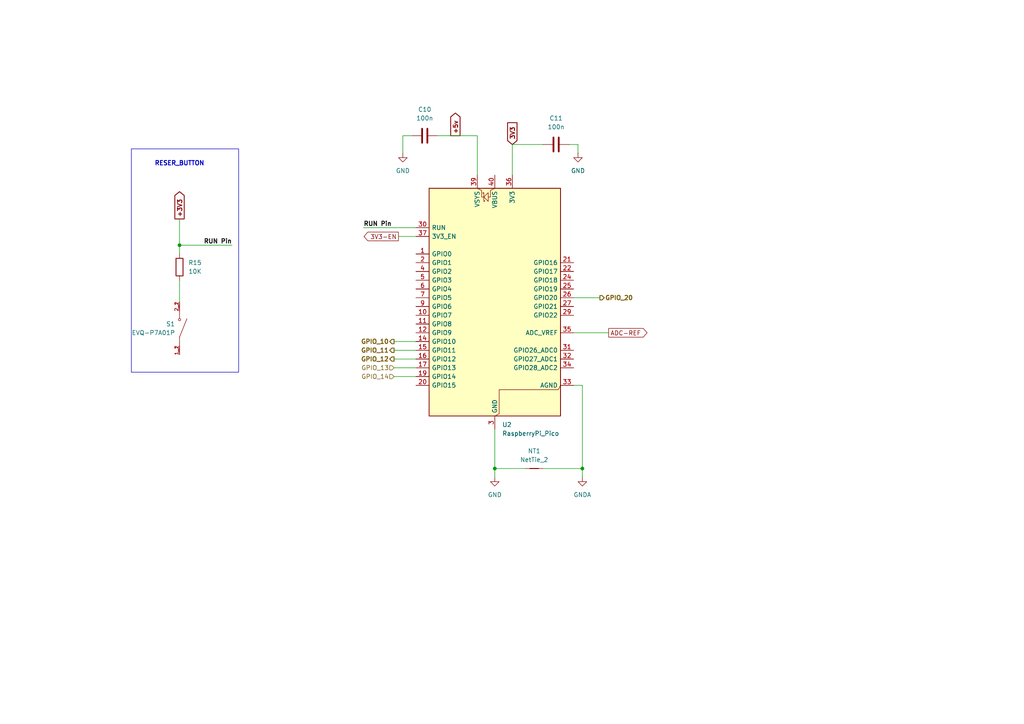
<source format=kicad_sch>
(kicad_sch (version 20250114) (generator "eeschema") (generator_version "9.0")
  (paper "A4")
  (lib_symbols
    (symbol "Device:C" (pin_numbers (hide yes)) (pin_names (offset 0.254))
      (property "Reference" "C" (at 0.635 2.54 0))
      (property "Value" "C" (at 0.635 -2.54 0))
      (symbol "C_0_1"
        (polyline (pts (xy -2.032 0.762) (xy 2.032 0.762)) (stroke (width 0.508)))
        (polyline (pts (xy -2.032 -0.762) (xy 2.032 -0.762)) (stroke (width 0.508)))
      )
      (symbol "C_1_1"
        (pin passive line (at 0 3.81 270) (length 2.794) (name "~") (number "1"))
        (pin passive line (at 0 -3.81 90) (length 2.794) (name "~") (number "2"))
      )
    )
    (symbol "Device:NetTie_2" (pin_numbers (hide yes)) (pin_names (offset 0) (hide yes)) (in_bom no)
      (property "Reference" "NT" (at 0 1.27 0))
      (property "Value" "NetTie_2" (at 0 -1.27 0))
      (symbol "NetTie_2_0_1"
        (polyline (pts (xy -1.27 0) (xy 1.27 0)) (stroke (width 0.254)))
      )
      (symbol "NetTie_2_1_1"
        (pin passive line (at -2.54 0 0) (length 2.54) (name "1") (number "1"))
        (pin passive line (at 2.54 0 180) (length 2.54) (name "2") (number "2"))
      )
    )
    (symbol "Device:R" (pin_numbers (hide yes)) (pin_names (offset 0))
      (property "Reference" "R" (at 2.032 0 90))
      (property "Value" "R" (at 0 0 90))
      (symbol "R_0_1"
        (rectangle (start -1.016 -2.54) (end 1.016 2.54) (stroke (width 0.254)))
      )
      (symbol "R_1_1"
        (pin passive line (at 0 3.81 270) (length 1.27) (name "~") (number "1"))
        (pin passive line (at 0 -3.81 90) (length 1.27) (name "~") (number "2"))
      )
    )
    (symbol "MCU_Module:RaspberryPi_Pico" (pin_names (offset 0.762))
      (property "Reference" "A" (at -19.05 35.56 0))
      (property "Value" "RaspberryPi_Pico" (at 7.62 35.56 0))
      (symbol "RaspberryPi_Pico_0_1"
        (rectangle (start -19.05 34.29) (end 19.05 -31.75) (stroke (width 0.254)) (fill (type background)))
        (polyline (pts (xy -5.08 34.29) (xy -3.81 33.655) (xy -3.81 31.75) (xy -3.175 31.75)))
        (polyline (pts (xy -3.429 32.766) (xy -3.429 33.02) (xy -3.175 33.02) (xy -3.175 30.48) (xy -2.921 30.48) (xy -2.921 30.734)))
        (polyline (pts (xy -3.175 31.75) (xy -1.905 33.02) (xy -1.905 30.48) (xy -3.175 31.75)))
        (polyline (pts (xy 0 34.29) (xy -1.27 33.655) (xy -1.27 31.75) (xy -1.905 31.75)))
        (polyline (pts (xy 0 -31.75) (xy 1.27 -31.115) (xy 1.27 -24.13) (xy 18.415 -24.13) (xy 19.05 -22.86)))
      )
      (symbol "RaspberryPi_Pico_1_1"
        (pin passive line (at -22.86 22.86 0) (length 3.81) (name "RUN") (number "30"))
        (pin passive line (at -22.86 20.32 0) (length 3.81) (name "3V3_EN") (number "37"))
        (pin bidirectional line (at -22.86 15.24 0) (length 3.81) (name "GPIO0") (number "1"))
        (pin bidirectional line (at -22.86 12.7 0) (length 3.81) (name "GPIO1") (number "2"))
        (pin bidirectional line (at -22.86 10.16 0) (length 3.81) (name "GPIO2") (number "4"))
        (pin bidirectional line (at -22.86 7.62 0) (length 3.81) (name "GPIO3") (number "5"))
        (pin bidirectional line (at -22.86 5.08 0) (length 3.81) (name "GPIO4") (number "6"))
        (pin bidirectional line (at -22.86 2.54 0) (length 3.81) (name "GPIO5") (number "7"))
        (pin bidirectional line (at -22.86 0 0) (length 3.81) (name "GPIO6") (number "9"))
        (pin bidirectional line (at -22.86 -2.54 0) (length 3.81) (name "GPIO7") (number "10"))
        (pin bidirectional line (at -22.86 -5.08 0) (length 3.81) (name "GPIO8") (number "11"))
        (pin bidirectional line (at -22.86 -7.62 0) (length 3.81) (name "GPIO9") (number "12"))
        (pin bidirectional line (at -22.86 -10.16 0) (length 3.81) (name "GPIO10") (number "14"))
        (pin bidirectional line (at -22.86 -12.7 0) (length 3.81) (name "GPIO11") (number "15"))
        (pin bidirectional line (at -22.86 -15.24 0) (length 3.81) (name "GPIO12") (number "16"))
        (pin bidirectional line (at -22.86 -17.78 0) (length 3.81) (name "GPIO13") (number "17"))
        (pin bidirectional line (at -22.86 -20.32 0) (length 3.81) (name "GPIO14") (number "19"))
        (pin bidirectional line (at -22.86 -22.86 0) (length 3.81) (name "GPIO15") (number "20"))
        (pin power_in line (at -5.08 38.1 270) (length 3.81) (name "VSYS") (number "39"))
        (pin power_out line (at 0 38.1 270) (length 3.81) (name "VBUS") (number "40"))
        (pin passive line (at 0 -35.56 90) (length 3.81) (hide yes) (name "GND") (number "13"))
        (pin passive line (at 0 -35.56 90) (length 3.81) (hide yes) (name "GND") (number "18"))
        (pin passive line (at 0 -35.56 90) (length 3.81) (hide yes) (name "GND") (number "23"))
        (pin passive line (at 0 -35.56 90) (length 3.81) (hide yes) (name "GND") (number "28"))
        (pin power_out line (at 0 -35.56 90) (length 3.81) (name "GND") (number "3"))
        (pin passive line (at 0 -35.56 90) (length 3.81) (hide yes) (name "GND") (number "38"))
        (pin passive line (at 0 -35.56 90) (length 3.81) (hide yes) (name "GND") (number "8"))
        (pin power_out line (at 5.08 38.1 270) (length 3.81) (name "3V3") (number "36"))
        (pin bidirectional line (at 22.86 12.7 180) (length 3.81) (name "GPIO16") (number "21"))
        (pin bidirectional line (at 22.86 10.16 180) (length 3.81) (name "GPIO17") (number "22"))
        (pin bidirectional line (at 22.86 7.62 180) (length 3.81) (name "GPIO18") (number "24"))
        (pin bidirectional line (at 22.86 5.08 180) (length 3.81) (name "GPIO19") (number "25"))
        (pin bidirectional line (at 22.86 2.54 180) (length 3.81) (name "GPIO20") (number "26"))
        (pin bidirectional line (at 22.86 0 180) (length 3.81) (name "GPIO21") (number "27"))
        (pin bidirectional line (at 22.86 -2.54 180) (length 3.81) (name "GPIO22") (number "29"))
        (pin power_in line (at 22.86 -7.62 180) (length 3.81) (name "ADC_VREF") (number "35"))
        (pin bidirectional line (at 22.86 -12.7 180) (length 3.81) (name "GPIO26_ADC0") (number "31"))
        (pin bidirectional line (at 22.86 -15.24 180) (length 3.81) (name "GPIO27_ADC1") (number "32"))
        (pin bidirectional line (at 22.86 -17.78 180) (length 3.81) (name "GPIO28_ADC2") (number "34"))
        (pin power_out line (at 22.86 -22.86 180) (length 3.81) (name "AGND") (number "33"))
      )
    )
    (symbol "SMD SWITCH:EVQ-P7A01P" (pin_names (offset 1.016))
      (property "Reference" "S" (at -2.54 2.54 0))
      (property "Value" "EVQ-P7A01P" (at -2.54 -2.54 0))
      (symbol "EVQ-P7A01P_0_0"
        (polyline (pts (xy -2.54 0) (xy -5.08 0)) (stroke (width 0.1524)))
        (polyline (pts (xy -2.54 0) (xy 2.794 2.1336)) (stroke (width 0.1524)))
        (circle (center 2.54 0) (radius 0.3302) (stroke (width 0.1524)))
        (polyline (pts (xy 5.08 0) (xy 2.921 0)) (stroke (width 0.1524)))
        (pin passive line (at -7.62 0 0) (length 2.54) (name "~") (number "1_1"))
        (pin passive line (at -7.62 0 0) (length 2.54) (name "~") (number "1_2"))
        (pin passive line (at 7.62 0 180) (length 2.54) (name "~") (number "2_1"))
        (pin passive line (at 7.62 0 180) (length 2.54) (name "~") (number "2_2"))
      )
    )
    (symbol "power:GND" (power) (pin_numbers (hide yes)) (pin_names (offset 0) (hide yes))
      (property "Value" "GND" (at 0 -3.81 0))
      (symbol "GND_0_1"
        (polyline (pts (xy 0 0) (xy 0 -1.27) (xy 1.27 -1.27) (xy 0 -2.54) (xy -1.27 -1.27) (xy 0 -1.27)))
      )
      (symbol "GND_1_1"
        (pin power_in line (at 0 0 270) (length 0) (name "~") (number "1"))
      )
    )
    (symbol "power:GNDA" (power) (pin_numbers (hide yes)) (pin_names (offset 0) (hide yes))
      (property "Value" "GNDA" (at 0 -3.81 0))
      (symbol "GNDA_0_1"
        (polyline (pts (xy 0 0) (xy 0 -1.27) (xy 1.27 -1.27) (xy 0 -2.54) (xy -1.27 -1.27) (xy 0 -1.27)))
      )
      (symbol "GNDA_1_1"
        (pin power_in line (at 0 0 270) (length 0) (name "~") (number "1"))
      )
    )
  )
  (rectangle (start 38.1 43.18) (end 69.215 107.95))
  (text "RESER_BUTTON" (at 52.07 47.498 0) (effects (font (size 1.27 1.27) (thickness 0.254) (bold yes))))
  (junction (at 168.91 135.89))
  (junction (at 52.07 71.12))
  (junction (at 143.51 135.89))
  (wire (pts (xy 168.91 111.76) (xy 168.91 135.89)))
  (wire (pts (xy 166.37 96.52) (xy 176.53 96.52)))
  (wire (pts (xy 114.3 106.68) (xy 120.65 106.68)))
  (wire (pts (xy 52.07 81.28) (xy 52.07 87.63)))
  (wire (pts (xy 166.37 111.76) (xy 168.91 111.76)))
  (wire (pts (xy 115.57 68.58) (xy 120.65 68.58)))
  (wire (pts (xy 127 39.37) (xy 138.43 39.37)))
  (wire (pts (xy 114.3 99.06) (xy 120.65 99.06)))
  (wire (pts (xy 166.37 86.36) (xy 173.99 86.36)))
  (wire (pts (xy 67.31 71.12) (xy 52.07 71.12)))
  (wire (pts (xy 119.38 39.37) (xy 116.84 39.37)))
  (wire (pts (xy 143.51 135.89) (xy 143.51 124.46)))
  (wire (pts (xy 52.07 71.12) (xy 52.07 73.66)))
  (wire (pts (xy 114.3 101.6) (xy 120.65 101.6)))
  (wire (pts (xy 52.07 63.5) (xy 52.07 71.12)))
  (wire (pts (xy 114.3 109.22) (xy 120.65 109.22)))
  (wire (pts (xy 105.41 66.04) (xy 120.65 66.04)))
  (wire (pts (xy 168.91 135.89) (xy 168.91 138.43)))
  (wire (pts (xy 143.51 138.43) (xy 143.51 135.89)))
  (wire (pts (xy 157.48 41.91) (xy 148.59 41.91)))
  (wire (pts (xy 165.1 41.91) (xy 167.64 41.91)))
  (wire (pts (xy 116.84 39.37) (xy 116.84 44.45)))
  (wire (pts (xy 138.43 50.8) (xy 138.43 39.37)))
  (wire (pts (xy 167.64 41.91) (xy 167.64 44.45)))
  (wire (pts (xy 143.51 135.89) (xy 152.4 135.89)))
  (wire (pts (xy 148.59 41.91) (xy 148.59 50.8)))
  (wire (pts (xy 114.3 104.14) (xy 120.65 104.14)))
  (wire (pts (xy 157.48 135.89) (xy 168.91 135.89)))
  (label "RUN Pin" (at 105.41 66.04 0) (effects (font (thickness 0.254) (bold yes))))
  (label "RUN Pin" (at 67.31 71.12 180) (effects (font (thickness 0.254) (bold yes))))
  (global_label "ADC-REF" (shape output) (at 176.53 96.52 0) (property "Intersheetrefs" "${INTERSHEET_REFS}" (effects (hide yes))))
  (global_label "+5v" (shape output) (at 132.08 39.37 90) (effects (font (thickness 0.254) (bold yes))) (property "Intersheetrefs" "${INTERSHEET_REFS}" (effects (hide yes))))
  (global_label "+3V3" (shape output) (at 52.07 63.5 90) (effects (font (thickness 0.254) (bold yes))) (property "Intersheetrefs" "${INTERSHEET_REFS}" (effects (hide yes))))
  (global_label "3V3-EN" (shape output) (at 115.57 68.58 180) (property "Intersheetrefs" "${INTERSHEET_REFS}" (effects (hide yes))))
  (global_label "3V3" (shape input) (at 148.59 41.91 90) (effects (font (thickness 0.254) (bold yes))) (property "Intersheetrefs" "${INTERSHEET_REFS}" (effects (hide yes))))
  (hierarchical_label "GPIO_20" (shape output) (at 173.99 86.36 0) (effects (font (thickness 0.254) (bold yes))))
  (hierarchical_label "GPIO_12" (shape output) (at 114.3 104.14 180) (effects (font (thickness 0.254) (bold yes))))
  (hierarchical_label "GPIO_13" (shape input) (at 114.3 106.68 180))
  (hierarchical_label "GPIO_11" (shape output) (at 114.3 101.6 180) (effects (font (thickness 0.254) (bold yes))))
  (hierarchical_label "GPIO_14" (shape input) (at 114.3 109.22 180))
  (hierarchical_label "GPIO_10" (shape output) (at 114.3 99.06 180) (effects (font (thickness 0.254) (bold yes))))
  (symbol (lib_id "power:GNDA") (at 168.91 138.43 0) (unit 1)
    (property "Reference" "#PWR019" (effects (hide yes)))
    (property "Value" "GNDA" (at 168.91 143.51 0))
    (property "Description" "Power symbol creates a global label with name \"GNDA\" , analog ground" (effects (hide yes)))
  )
  (symbol (lib_id "power:GND") (at 143.51 138.43 0) (unit 1)
    (property "Reference" "#PWR017" (effects (hide yes)))
    (property "Value" "GND" (at 143.51 143.51 0))
    (property "Description" "Power symbol creates a global label with name \"GND\" , ground" (effects (hide yes)))
  )
  (symbol (lib_id "Device:C") (at 161.29 41.91 90) (unit 1)
    (property "Reference" "C11" (at 161.29 34.29 90))
    (property "Value" "100n" (at 161.29 36.83 90))
    (property "Footprint" "Capacitor_SMD:C_0603_1608Metric" (effects (hide yes)))
    (property "Description" "Unpolarized capacitor" (effects (hide yes)))
  )
  (symbol (lib_id "power:GND") (at 116.84 44.45 0) (unit 1)
    (property "Reference" "#PWR016" (effects (hide yes)))
    (property "Value" "GND" (at 116.84 49.53 0))
    (property "Description" "Power symbol creates a global label with name \"GND\" , ground" (effects (hide yes)))
  )
  (symbol (lib_id "MCU_Module:RaspberryPi_Pico") (at 143.51 88.9 0) (unit 1)
    (property "Reference" "U2" (at 145.6533 123.19 0) (effects (justify left)))
    (property "Value" "RaspberryPi_Pico" (at 145.6533 125.73 0) (effects (justify left)))
    (property "Footprint" "Module:RaspberryPi_Pico_Common_Unspecified" (effects (hide yes)))
    (property "Datasheet" "https://datasheets.raspberrypi.com/pico/pico-datasheet.pdf" (effects (hide yes)))
    (property "Description" "Versatile and inexpensive microcontroller module powered by RP2040 dual-core Arm Cortex-M0+ processor up to 133 MHz, 264kB SRAM, 2MB QSPI flash; also supports Raspberry Pi Pico 2" (effects (hide yes)))
  )
  (symbol (lib_id "Device:R") (at 52.07 77.47 0) (unit 1)
    (property "Reference" "R15" (at 54.61 76.1999 0) (effects (justify left)))
    (property "Value" "10K" (at 54.61 78.7399 0) (effects (justify left)))
    (property "Footprint" "Resistor_SMD:R_0603_1608Metric" (effects (hide yes)))
    (property "Description" "Resistor" (effects (hide yes)))
  )
  (symbol (lib_id "power:GND") (at 167.64 44.45 0) (unit 1)
    (property "Reference" "#PWR018" (effects (hide yes)))
    (property "Value" "GND" (at 167.64 49.53 0))
    (property "Description" "Power symbol creates a global label with name \"GND\" , ground" (effects (hide yes)))
  )
  (symbol (lib_id "Device:NetTie_2") (at 154.94 135.89 0) (unit 1) (in_bom no)
    (property "Reference" "NT1" (at 154.94 130.81 0))
    (property "Value" "NetTie_2" (at 154.94 133.35 0))
    (property "Footprint" "NetTie:NetTie-2_SMD_Pad2.0mm" (effects (hide yes)))
    (property "Description" "Net tie, 2 pins" (effects (hide yes)))
  )
  (symbol (lib_id "Device:C") (at 123.19 39.37 90) (unit 1)
    (property "Reference" "C10" (at 123.19 31.75 90))
    (property "Value" "100n" (at 123.19 34.29 90))
    (property "Footprint" "Capacitor_SMD:C_0603_1608Metric" (effects (hide yes)))
    (property "Description" "Unpolarized capacitor" (effects (hide yes)))
  )
  (symbol (lib_id "SMD SWITCH:EVQ-P7A01P") (at 52.07 95.25 270) (mirror x) (unit 1)
    (property "Reference" "S1" (at 50.8 93.9799 90) (effects (justify right)))
    (property "Value" "EVQ-P7A01P" (at 50.8 96.5199 90) (effects (justify right)))
    (property "Footprint" "EVQ-P7A01P:SW_EVQ-P7A01P" (effects (hide yes)))
    (property "PARTREV" "2022.4" (effects (hide yes)))
    (property "STANDARD" "Manufacturer Recommendations" (effects (hide yes)))
    (property "MAXIMUM_PACKAGE_HEIGHT" "1.35mm" (effects (hide yes)))
    (property "MANUFACTURER" "Panasonic Electronic Components" (effects (hide yes)))
  )
)
</source>
